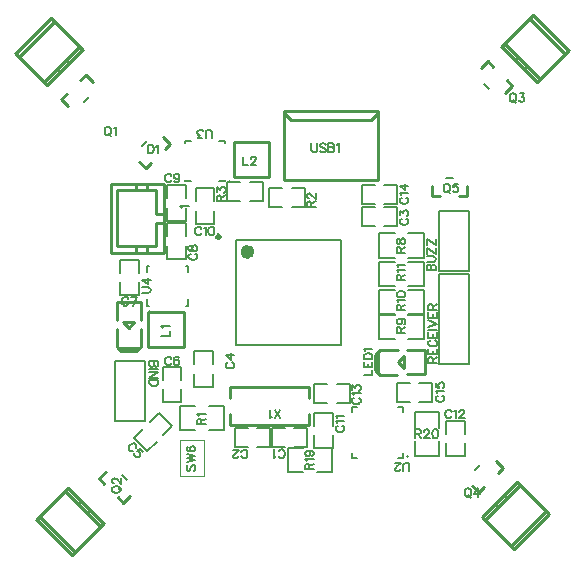
<source format=gto>
G04 ---------------------------- Layer name :TOP SILK LAYER*
G04 EasyEDA v5.5.12, Thu, 07 Jun 2018 12:22:22 GMT*
G04 57f62d747bd94b0b94c3b91961ed7a1b*
G04 Gerber Generator version 0.2*
G04 Scale: 100 percent, Rotated: No, Reflected: No *
G04 Dimensions in inches *
G04 leading zeros omitted , absolute positions ,2 integer and 4 decimal *
%FSLAX24Y24*%
%MOIN*%
G90*
G70D02*

%ADD10C,0.010000*%
%ADD49C,0.007874*%
%ADD50C,0.003937*%
%ADD51C,0.007870*%
%ADD52C,0.008000*%
%ADD53C,0.007992*%
%ADD54C,0.007900*%
%ADD55C,0.009842*%
%ADD56C,0.003900*%
%ADD57C,0.023622*%
%ADD58C,0.011811*%
%ADD59C,0.005000*%
%ADD60C,0.006000*%

%LPD*%
G54D10*
G01X13390Y19389D02*
G01X13390Y18208D01*
G01X12209Y18208D01*
G01X12209Y19389D01*
G01X13390Y19389D01*
G01X7095Y21444D02*
G01X7279Y21627D01*
G01X7095Y21444D01*
G01X7279Y21627D01*
G01X7505Y21400D01*
G01X6693Y20588D02*
G01X6466Y20814D01*
G01X6649Y20998D01*
G54D49*
G01X7220Y20706D02*
G01X7387Y20873D01*
G54D10*
G01X19085Y17588D02*
G01X18825Y17588D01*
G01X19085Y17588D01*
G01X18825Y17588D01*
G01X18825Y17909D01*
G01X19974Y17909D02*
G01X19974Y17588D01*
G01X19714Y17588D01*
G54D49*
G01X19518Y18198D02*
G01X19281Y18198D01*
G54D50*
G01X11200Y8244D02*
G01X10400Y8244D01*
G01X10400Y9444D01*
G01X11200Y9444D01*
G01X11200Y8244D01*
G54D49*
G01X14222Y9859D02*
G01X14655Y9859D01*
G01X14655Y9228D01*
G01X14222Y9228D01*
G01X13907Y9859D02*
G01X13474Y9859D01*
G01X13474Y9465D01*
G01X13474Y9228D01*
G01X13907Y9228D01*
G01X12667Y9228D02*
G01X12234Y9228D01*
G01X12234Y9859D01*
G01X12667Y9859D01*
G01X12982Y9228D02*
G01X13415Y9228D01*
G01X13415Y9622D01*
G01X13415Y9859D01*
G01X12982Y9859D01*
G01X17222Y17209D02*
G01X17655Y17209D01*
G01X17655Y16578D01*
G01X17222Y16578D01*
G01X16907Y17209D02*
G01X16474Y17209D01*
G01X16474Y16815D01*
G01X16474Y16578D01*
G01X16907Y16578D01*
G01X11514Y11671D02*
G01X11514Y11238D01*
G01X10885Y11238D01*
G01X10885Y11671D01*
G01X11514Y11986D02*
G01X11514Y12419D01*
G01X11121Y12419D01*
G01X10885Y12419D01*
G01X10885Y11986D01*
G01X17222Y17959D02*
G01X17655Y17959D01*
G01X17655Y17328D01*
G01X17222Y17328D01*
G01X16907Y17959D02*
G01X16474Y17959D01*
G01X16474Y17565D01*
G01X16474Y17328D01*
G01X16907Y17328D01*
G54D10*
G01X12098Y10869D02*
G01X12098Y11224D01*
G01X14716Y11224D01*
G01X14716Y10869D01*
G01X14716Y10318D02*
G01X14716Y9964D01*
G01X12098Y9964D01*
G01X12098Y10318D01*
G54D49*
G01X18077Y10728D02*
G01X17644Y10728D01*
G01X17644Y11359D01*
G01X18077Y11359D01*
G01X18392Y10728D02*
G01X18825Y10728D01*
G01X18825Y11122D01*
G01X18825Y11359D01*
G01X18392Y11359D01*
G01X15327Y10678D02*
G01X14894Y10678D01*
G01X14894Y11309D01*
G01X15327Y11309D01*
G01X15642Y10678D02*
G01X16075Y10678D01*
G01X16075Y11072D01*
G01X16075Y11309D01*
G01X15642Y11309D01*
G01X15514Y9621D02*
G01X15514Y9188D01*
G01X14885Y9188D01*
G01X14885Y9621D01*
G01X15514Y9936D02*
G01X15514Y10369D01*
G01X15121Y10369D01*
G01X14885Y10369D01*
G01X14885Y9936D01*
G54D51*
G01X14968Y8386D02*
G01X15488Y8386D01*
G01X15488Y9201D01*
G01X14968Y9201D01*
G01X14522Y8386D02*
G01X14003Y8386D01*
G01X14003Y9201D01*
G01X14522Y9201D01*
G01X18242Y9425D02*
G01X18242Y8905D01*
G01X19057Y8905D01*
G01X19057Y9425D01*
G01X18242Y9871D02*
G01X18242Y10390D01*
G01X19057Y10390D01*
G01X19057Y9871D01*
G54D10*
G01X10545Y12553D02*
G01X9364Y12553D01*
G01X9364Y13734D01*
G01X10545Y13734D01*
G01X10545Y12553D01*
G54D49*
G01X9034Y14721D02*
G01X9034Y14288D01*
G01X8405Y14288D01*
G01X8405Y14721D01*
G01X9034Y15036D02*
G01X9034Y15469D01*
G01X8641Y15469D01*
G01X8405Y15469D01*
G01X8405Y15036D01*
G54D10*
G01X9100Y13461D02*
G01X9100Y14071D01*
G01X8300Y14071D01*
G01X8300Y13461D01*
G01X9109Y13151D02*
G01X9109Y12571D01*
G01X8950Y12411D01*
G01X8450Y12411D01*
G01X8300Y12561D01*
G01X8300Y13161D01*
G01X8896Y13372D02*
G01X8503Y13372D01*
G01X8503Y13372D01*
G01X8700Y13175D01*
G01X8700Y13175D01*
G01X8896Y13372D01*
G01X9015Y12506D02*
G01X8384Y12506D01*
G54D49*
G01X9985Y17516D02*
G01X9985Y17949D01*
G01X10614Y17949D01*
G01X10614Y17516D01*
G01X9985Y17201D02*
G01X9985Y16768D01*
G01X10378Y16768D01*
G01X10614Y16768D01*
G01X10614Y17201D01*
G01X13827Y17228D02*
G01X13394Y17228D01*
G01X13394Y17859D01*
G01X13827Y17859D01*
G01X14142Y17228D02*
G01X14575Y17228D01*
G01X14575Y17622D01*
G01X14575Y17859D01*
G01X14142Y17859D01*
G01X12427Y17428D02*
G01X11994Y17428D01*
G01X11994Y18059D01*
G01X12427Y18059D01*
G01X12742Y17428D02*
G01X13175Y17428D01*
G01X13175Y17822D01*
G01X13175Y18059D01*
G01X12742Y18059D01*
G54D52*
G01X20050Y15094D02*
G01X19050Y15094D01*
G01X19050Y17094D01*
G01X20050Y17094D01*
G01X20050Y16344D01*
G54D53*
G01X20050Y15094D02*
G01X20050Y16344D01*
G54D52*
G01X20050Y14244D02*
G01X20050Y14994D01*
G01X19050Y14994D01*
G01X19050Y11994D01*
G01X20050Y11994D01*
G54D53*
G01X20050Y11994D02*
G01X20050Y14244D01*
G54D52*
G01X8250Y12094D02*
G01X9250Y12094D01*
G01X9250Y10094D01*
G01X8250Y10094D01*
G01X8250Y10844D01*
G54D53*
G01X8250Y12094D02*
G01X8250Y10844D01*
G54D10*
G01X7899Y7989D02*
G01X7716Y8173D01*
G01X7899Y7989D01*
G01X7716Y8173D01*
G01X7943Y8399D01*
G01X8755Y7587D02*
G01X8529Y7360D01*
G01X8345Y7543D01*
G54D49*
G01X8637Y8114D02*
G01X8470Y8281D01*
G54D10*
G01X21300Y21448D02*
G01X21483Y21264D01*
G01X21300Y21448D01*
G01X21483Y21264D01*
G01X21256Y21038D01*
G01X20444Y21850D02*
G01X20670Y22077D01*
G01X20854Y21894D01*
G54D49*
G01X20562Y21323D02*
G01X20729Y21156D01*
G54D51*
G01X18018Y13636D02*
G01X18538Y13636D01*
G01X18538Y14451D01*
G01X18018Y14451D01*
G01X17572Y13636D02*
G01X17053Y13636D01*
G01X17053Y14451D01*
G01X17572Y14451D01*
G01X18018Y14586D02*
G01X18538Y14586D01*
G01X18538Y15401D01*
G01X18018Y15401D01*
G01X17572Y14586D02*
G01X17053Y14586D01*
G01X17053Y15401D01*
G01X17572Y15401D01*
G01X18018Y12836D02*
G01X18538Y12836D01*
G01X18538Y13651D01*
G01X18018Y13651D01*
G01X17572Y12836D02*
G01X17053Y12836D01*
G01X17053Y13651D01*
G01X17572Y13651D01*
G54D10*
G01X20480Y6893D02*
G01X21549Y5824D01*
G01X21650Y8063D02*
G01X22719Y6994D01*
G01X20485Y6889D02*
G01X21654Y8058D01*
G01X22714Y6998D02*
G01X21545Y5829D01*
G01X20591Y6783D02*
G01X21760Y7952D01*
G01X21439Y5935D02*
G01X22608Y7104D01*
G01X20928Y7332D02*
G01X21034Y7226D01*
G01X21211Y7615D02*
G01X21317Y7509D01*
G01X6699Y7863D02*
G01X5630Y6794D01*
G01X7869Y6693D02*
G01X6800Y5624D01*
G01X6695Y7858D02*
G01X7864Y6689D01*
G01X6804Y5629D02*
G01X5635Y6798D01*
G01X6589Y7752D02*
G01X7758Y6583D01*
G01X5741Y6904D02*
G01X6910Y5735D01*
G01X7138Y7415D02*
G01X7032Y7309D01*
G01X7421Y7132D02*
G01X7315Y7026D01*
G01X22300Y21374D02*
G01X23369Y22443D01*
G01X21130Y22544D02*
G01X22199Y23613D01*
G01X22304Y21379D02*
G01X21135Y22548D01*
G01X22195Y23608D02*
G01X23364Y22439D01*
G01X22410Y21485D02*
G01X21241Y22654D01*
G01X23258Y22333D02*
G01X22089Y23502D01*
G01X21861Y21822D02*
G01X21967Y21928D01*
G01X21578Y22105D02*
G01X21684Y22211D01*
G01X7169Y22444D02*
G01X6100Y23513D01*
G01X5999Y21274D02*
G01X4930Y22343D01*
G01X7164Y22448D02*
G01X5995Y21279D01*
G01X4935Y22339D02*
G01X6104Y23508D01*
G01X7058Y22554D02*
G01X5889Y21385D01*
G01X6210Y23402D02*
G01X5041Y22233D01*
G01X6721Y22005D02*
G01X6615Y22111D01*
G01X6438Y21722D02*
G01X6332Y21828D01*
G01X9454Y18693D02*
G01X9270Y18510D01*
G01X9454Y18693D01*
G01X9270Y18510D01*
G01X9044Y18737D01*
G01X9856Y19549D02*
G01X10083Y19323D01*
G01X9900Y19139D01*
G54D49*
G01X9329Y19431D02*
G01X9162Y19264D01*
G54D10*
G01X17967Y11644D02*
G01X18577Y11644D01*
G01X18577Y12444D01*
G01X17967Y12444D01*
G01X17657Y11634D02*
G01X17077Y11634D01*
G01X16917Y11794D01*
G01X16917Y12294D01*
G01X17067Y12444D01*
G01X17667Y12444D01*
G01X17878Y11847D02*
G01X17878Y12240D01*
G01X17878Y12240D01*
G01X17681Y12044D01*
G01X17681Y12044D01*
G01X17878Y11847D01*
G01X17012Y11728D02*
G01X17012Y12359D01*
G01X8100Y18003D02*
G01X8100Y15684D01*
G01X8959Y15684D01*
G01X8959Y15913D01*
G01X9319Y15913D01*
G01X9319Y15684D01*
G01X9869Y15684D01*
G01X9869Y16684D01*
G01X9869Y17003D01*
G01X9869Y18003D01*
G01X9319Y18003D01*
G01X9319Y17774D01*
G01X8959Y17774D01*
G01X8959Y18003D01*
G01X8100Y18003D01*
G01X8959Y18003D02*
G01X9319Y18003D01*
G01X8959Y15684D02*
G01X9319Y15684D01*
G01X8959Y15913D02*
G01X8330Y15913D01*
G01X8330Y17774D01*
G01X8959Y17774D01*
G01X9319Y15913D02*
G01X9630Y15913D01*
G01X9630Y16684D01*
G01X9869Y16684D01*
G01X9319Y17774D02*
G01X9630Y17774D01*
G01X9630Y17003D01*
G01X9869Y17003D01*
G54D49*
G01X19285Y9666D02*
G01X19285Y10099D01*
G01X19914Y10099D01*
G01X19914Y9666D01*
G01X19285Y9351D02*
G01X19285Y8918D01*
G01X19678Y8918D01*
G01X19914Y8918D01*
G01X19914Y9351D01*
G01X17846Y9005D02*
G01X17846Y8847D01*
G01X17689Y8847D01*
G01X16310Y8847D02*
G01X16153Y8847D01*
G01X16153Y9005D01*
G01X16310Y10540D02*
G01X16153Y10540D01*
G01X16153Y10382D01*
G01X17689Y10540D02*
G01X17846Y10540D01*
G01X17846Y10382D01*
G54D10*
G01X13875Y18141D02*
G01X13875Y20401D01*
G01X13875Y18137D02*
G01X17024Y18137D01*
G01X17024Y18137D02*
G01X17024Y20397D01*
G01X13875Y20405D02*
G01X17024Y20405D01*
G01X14115Y20125D02*
G01X16780Y20125D01*
G01X13883Y20405D02*
G01X13883Y20357D01*
G01X14115Y20125D01*
G01X17013Y20397D02*
G01X17013Y20357D01*
G01X16780Y20125D01*
G54D51*
G01X18018Y15536D02*
G01X18538Y15536D01*
G01X18538Y16351D01*
G01X18018Y16351D01*
G01X17572Y15536D02*
G01X17053Y15536D01*
G01X17053Y16351D01*
G01X17572Y16351D01*
G54D10*
G01X20554Y7893D02*
G01X20370Y7710D01*
G01X20554Y7893D01*
G01X20370Y7710D01*
G01X20144Y7937D01*
G01X20956Y8749D02*
G01X21183Y8523D01*
G01X21000Y8339D01*
G54D49*
G01X20429Y8631D02*
G01X20262Y8464D01*
G54D54*
G01X10668Y14140D02*
G01X10668Y13925D01*
G01X10606Y13925D01*
G01X10668Y15047D02*
G01X10668Y15263D01*
G01X10606Y15263D01*
G01X9330Y15047D02*
G01X9330Y15263D01*
G01X9394Y15263D01*
G01X9394Y13925D02*
G01X9330Y13925D01*
G01X9330Y14140D01*
G01X11702Y19413D02*
G01X11918Y19413D01*
G01X11918Y19350D01*
G01X10797Y19413D02*
G01X10581Y19413D01*
G01X10581Y19350D01*
G01X10797Y18075D02*
G01X10581Y18075D01*
G01X10581Y18138D01*
G01X11918Y18138D02*
G01X11918Y18075D01*
G01X11702Y18075D01*
G54D51*
G01X11368Y9786D02*
G01X11888Y9786D01*
G01X11888Y10601D01*
G01X11368Y10601D01*
G01X10922Y9786D02*
G01X10403Y9786D01*
G01X10403Y10601D01*
G01X10922Y10601D01*
G54D49*
G01X9411Y10050D02*
G01X9717Y10357D01*
G01X10163Y9911D01*
G01X9856Y9605D01*
G01X9188Y9828D02*
G01X8882Y9521D01*
G01X9160Y9243D01*
G01X9327Y9076D01*
G01X9634Y9382D01*
G01X9835Y11466D02*
G01X9835Y11899D01*
G01X10464Y11899D01*
G01X10464Y11466D01*
G01X9835Y11151D02*
G01X9835Y10718D01*
G01X10228Y10718D01*
G01X10464Y10718D01*
G01X10464Y11151D01*
G01X10625Y15931D02*
G01X10625Y15498D01*
G01X9994Y15498D01*
G01X9994Y15931D01*
G01X10625Y16246D02*
G01X10625Y16679D01*
G01X10231Y16679D01*
G01X9994Y16679D01*
G01X9994Y16246D01*
G01X10935Y17416D02*
G01X10935Y17849D01*
G01X11564Y17849D01*
G01X11564Y17416D01*
G01X10935Y17101D02*
G01X10935Y16668D01*
G01X11328Y16668D01*
G01X11564Y16668D01*
G01X11564Y17101D01*
G01X15775Y16120D02*
G01X15775Y12617D01*
G01X12272Y12617D01*
G01X12272Y16120D01*
G01X15775Y16120D01*
G54D59*
G01X12513Y18902D02*
G01X12513Y18615D01*
G01X12513Y18615D02*
G01X12677Y18615D01*
G01X12780Y18833D02*
G01X12780Y18847D01*
G01X12794Y18874D01*
G01X12808Y18888D01*
G01X12835Y18902D01*
G01X12889Y18902D01*
G01X12917Y18888D01*
G01X12930Y18874D01*
G01X12944Y18847D01*
G01X12944Y18820D01*
G01X12930Y18793D01*
G01X12903Y18752D01*
G01X12767Y18615D01*
G01X12958Y18615D01*
G01X7982Y19902D02*
G01X7955Y19888D01*
G01X7926Y19861D01*
G01X7913Y19833D01*
G01X7900Y19793D01*
G01X7900Y19724D01*
G01X7913Y19683D01*
G01X7926Y19656D01*
G01X7955Y19629D01*
G01X7982Y19615D01*
G01X8036Y19615D01*
G01X8063Y19629D01*
G01X8090Y19656D01*
G01X8105Y19683D01*
G01X8117Y19724D01*
G01X8117Y19793D01*
G01X8105Y19833D01*
G01X8090Y19861D01*
G01X8063Y19888D01*
G01X8036Y19902D01*
G01X7982Y19902D01*
G01X8023Y19670D02*
G01X8105Y19588D01*
G01X8207Y19847D02*
G01X8234Y19861D01*
G01X8276Y19902D01*
G01X8276Y19615D01*
G01X19281Y18003D02*
G01X19255Y17988D01*
G01X19227Y17961D01*
G01X19214Y17934D01*
G01X19200Y17894D01*
G01X19200Y17825D01*
G01X19214Y17784D01*
G01X19227Y17757D01*
G01X19255Y17730D01*
G01X19281Y17715D01*
G01X19335Y17715D01*
G01X19364Y17730D01*
G01X19390Y17757D01*
G01X19405Y17784D01*
G01X19418Y17825D01*
G01X19418Y17894D01*
G01X19405Y17934D01*
G01X19390Y17961D01*
G01X19364Y17988D01*
G01X19335Y18003D01*
G01X19281Y18003D01*
G01X19322Y17771D02*
G01X19405Y17688D01*
G01X19672Y18003D02*
G01X19535Y18003D01*
G01X19522Y17880D01*
G01X19535Y17894D01*
G01X19576Y17907D01*
G01X19617Y17907D01*
G01X19657Y17894D01*
G01X19685Y17865D01*
G01X19698Y17825D01*
G01X19698Y17798D01*
G01X19685Y17757D01*
G01X19657Y17730D01*
G01X19617Y17715D01*
G01X19576Y17715D01*
G01X19535Y17730D01*
G01X19522Y17744D01*
G01X19507Y17771D01*
G01X10677Y8620D02*
G01X10650Y8593D01*
G01X10635Y8552D01*
G01X10635Y8497D01*
G01X10650Y8456D01*
G01X10677Y8429D01*
G01X10705Y8429D01*
G01X10731Y8443D01*
G01X10744Y8456D01*
G01X10759Y8484D01*
G01X10785Y8565D01*
G01X10800Y8593D01*
G01X10814Y8606D01*
G01X10840Y8620D01*
G01X10881Y8620D01*
G01X10909Y8593D01*
G01X10922Y8552D01*
G01X10922Y8497D01*
G01X10909Y8456D01*
G01X10881Y8429D01*
G01X10635Y8710D02*
G01X10922Y8778D01*
G01X10635Y8846D02*
G01X10922Y8778D01*
G01X10635Y8846D02*
G01X10922Y8914D01*
G01X10635Y8983D02*
G01X10922Y8914D01*
G01X10677Y9236D02*
G01X10650Y9223D01*
G01X10635Y9182D01*
G01X10635Y9154D01*
G01X10650Y9114D01*
G01X10690Y9086D01*
G01X10759Y9073D01*
G01X10827Y9073D01*
G01X10881Y9086D01*
G01X10909Y9114D01*
G01X10922Y9154D01*
G01X10922Y9168D01*
G01X10909Y9209D01*
G01X10881Y9236D01*
G01X10840Y9250D01*
G01X10827Y9250D01*
G01X10785Y9236D01*
G01X10759Y9209D01*
G01X10744Y9168D01*
G01X10744Y9154D01*
G01X10759Y9114D01*
G01X10785Y9086D01*
G01X10827Y9073D01*
G54D60*
G01X13708Y8926D02*
G01X13722Y8898D01*
G01X13749Y8871D01*
G01X13777Y8857D01*
G01X13831Y8857D01*
G01X13858Y8871D01*
G01X13886Y8898D01*
G01X13899Y8926D01*
G01X13913Y8966D01*
G01X13913Y9035D01*
G01X13899Y9076D01*
G01X13886Y9103D01*
G01X13858Y9130D01*
G01X13831Y9144D01*
G01X13777Y9144D01*
G01X13749Y9130D01*
G01X13722Y9103D01*
G01X13708Y9076D01*
G01X13618Y8912D02*
G01X13591Y8898D01*
G01X13550Y8857D01*
G01X13550Y9144D01*
G01X12459Y8913D02*
G01X12473Y8885D01*
G01X12500Y8858D01*
G01X12528Y8844D01*
G01X12582Y8844D01*
G01X12609Y8858D01*
G01X12637Y8885D01*
G01X12650Y8913D01*
G01X12664Y8953D01*
G01X12664Y9022D01*
G01X12650Y9063D01*
G01X12637Y9090D01*
G01X12609Y9117D01*
G01X12582Y9131D01*
G01X12528Y9131D01*
G01X12500Y9117D01*
G01X12473Y9090D01*
G01X12459Y9063D01*
G01X12356Y8913D02*
G01X12356Y8899D01*
G01X12342Y8872D01*
G01X12329Y8858D01*
G01X12301Y8844D01*
G01X12247Y8844D01*
G01X12219Y8858D01*
G01X12206Y8872D01*
G01X12192Y8899D01*
G01X12192Y8926D01*
G01X12206Y8953D01*
G01X12233Y8994D01*
G01X12369Y9131D01*
G01X12179Y9131D01*
G54D59*
G01X17805Y16834D02*
G01X17777Y16820D01*
G01X17750Y16793D01*
G01X17735Y16765D01*
G01X17735Y16711D01*
G01X17750Y16684D01*
G01X17777Y16656D01*
G01X17805Y16643D01*
G01X17844Y16629D01*
G01X17914Y16629D01*
G01X17955Y16643D01*
G01X17981Y16656D01*
G01X18009Y16684D01*
G01X18022Y16711D01*
G01X18022Y16765D01*
G01X18009Y16793D01*
G01X17981Y16820D01*
G01X17955Y16834D01*
G01X17735Y16951D02*
G01X17735Y17101D01*
G01X17844Y17019D01*
G01X17844Y17060D01*
G01X17859Y17087D01*
G01X17872Y17101D01*
G01X17914Y17114D01*
G01X17940Y17114D01*
G01X17981Y17101D01*
G01X18009Y17074D01*
G01X18022Y17033D01*
G01X18022Y16992D01*
G01X18009Y16951D01*
G01X17994Y16937D01*
G01X17968Y16924D01*
G01X12005Y12049D02*
G01X11977Y12034D01*
G01X11950Y12007D01*
G01X11935Y11980D01*
G01X11935Y11926D01*
G01X11950Y11899D01*
G01X11977Y11871D01*
G01X12005Y11857D01*
G01X12044Y11844D01*
G01X12114Y11844D01*
G01X12155Y11857D01*
G01X12181Y11871D01*
G01X12209Y11899D01*
G01X12222Y11926D01*
G01X12222Y11980D01*
G01X12209Y12007D01*
G01X12181Y12034D01*
G01X12155Y12049D01*
G01X11935Y12275D02*
G01X12127Y12138D01*
G01X12127Y12342D01*
G01X11935Y12275D02*
G01X12222Y12275D01*
G01X17804Y17535D02*
G01X17776Y17521D01*
G01X17749Y17494D01*
G01X17735Y17466D01*
G01X17735Y17412D01*
G01X17749Y17385D01*
G01X17776Y17357D01*
G01X17804Y17344D01*
G01X17844Y17330D01*
G01X17913Y17330D01*
G01X17954Y17344D01*
G01X17981Y17357D01*
G01X18008Y17385D01*
G01X18022Y17412D01*
G01X18022Y17466D01*
G01X18008Y17494D01*
G01X17981Y17521D01*
G01X17954Y17535D01*
G01X17790Y17625D02*
G01X17776Y17652D01*
G01X17735Y17693D01*
G01X18022Y17693D01*
G01X17735Y17919D02*
G01X17926Y17783D01*
G01X17926Y17987D01*
G01X17735Y17919D02*
G01X18022Y17919D01*
G54D60*
G01X13764Y10180D02*
G01X13573Y10467D01*
G01X13573Y10180D02*
G01X13764Y10467D01*
G01X13483Y10236D02*
G01X13456Y10222D01*
G01X13415Y10180D01*
G01X13415Y10467D01*
G54D59*
G01X19005Y10934D02*
G01X18977Y10920D01*
G01X18950Y10893D01*
G01X18935Y10865D01*
G01X18935Y10811D01*
G01X18950Y10784D01*
G01X18977Y10756D01*
G01X19005Y10743D01*
G01X19044Y10729D01*
G01X19114Y10729D01*
G01X19155Y10743D01*
G01X19181Y10756D01*
G01X19209Y10784D01*
G01X19222Y10811D01*
G01X19222Y10865D01*
G01X19209Y10893D01*
G01X19181Y10920D01*
G01X19155Y10934D01*
G01X18990Y11024D02*
G01X18977Y11051D01*
G01X18935Y11092D01*
G01X19222Y11092D01*
G01X18935Y11345D02*
G01X18935Y11209D01*
G01X19059Y11195D01*
G01X19044Y11209D01*
G01X19031Y11250D01*
G01X19031Y11291D01*
G01X19044Y11332D01*
G01X19072Y11359D01*
G01X19114Y11373D01*
G01X19140Y11373D01*
G01X19181Y11359D01*
G01X19209Y11332D01*
G01X19222Y11291D01*
G01X19222Y11250D01*
G01X19209Y11209D01*
G01X19194Y11195D01*
G01X19168Y11182D01*
G01X16219Y10855D02*
G01X16191Y10841D01*
G01X16164Y10814D01*
G01X16150Y10786D01*
G01X16150Y10732D01*
G01X16164Y10705D01*
G01X16191Y10677D01*
G01X16219Y10664D01*
G01X16259Y10650D01*
G01X16328Y10650D01*
G01X16369Y10664D01*
G01X16396Y10677D01*
G01X16423Y10705D01*
G01X16437Y10732D01*
G01X16437Y10786D01*
G01X16423Y10814D01*
G01X16396Y10841D01*
G01X16369Y10855D01*
G01X16205Y10945D02*
G01X16191Y10972D01*
G01X16150Y11013D01*
G01X16437Y11013D01*
G01X16150Y11130D02*
G01X16150Y11280D01*
G01X16259Y11198D01*
G01X16259Y11239D01*
G01X16273Y11266D01*
G01X16287Y11280D01*
G01X16328Y11294D01*
G01X16355Y11294D01*
G01X16396Y11280D01*
G01X16423Y11253D01*
G01X16437Y11212D01*
G01X16437Y11171D01*
G01X16423Y11130D01*
G01X16409Y11116D01*
G01X16382Y11103D01*
G01X15668Y9928D02*
G01X15640Y9913D01*
G01X15614Y9886D01*
G01X15600Y9859D01*
G01X15600Y9805D01*
G01X15614Y9778D01*
G01X15640Y9750D01*
G01X15668Y9736D01*
G01X15709Y9723D01*
G01X15777Y9723D01*
G01X15818Y9736D01*
G01X15846Y9750D01*
G01X15872Y9778D01*
G01X15886Y9805D01*
G01X15886Y9859D01*
G01X15872Y9886D01*
G01X15846Y9913D01*
G01X15818Y9928D01*
G01X15655Y10017D02*
G01X15640Y10045D01*
G01X15600Y10086D01*
G01X15886Y10086D01*
G01X15655Y10176D02*
G01X15640Y10203D01*
G01X15600Y10244D01*
G01X15886Y10244D01*
G01X14585Y8480D02*
G01X14872Y8480D01*
G01X14585Y8480D02*
G01X14585Y8603D01*
G01X14600Y8644D01*
G01X14614Y8657D01*
G01X14640Y8671D01*
G01X14668Y8671D01*
G01X14694Y8657D01*
G01X14709Y8644D01*
G01X14722Y8603D01*
G01X14722Y8480D01*
G01X14722Y8575D02*
G01X14872Y8671D01*
G01X14640Y8761D02*
G01X14627Y8788D01*
G01X14585Y8829D01*
G01X14872Y8829D01*
G01X14681Y9096D02*
G01X14722Y9083D01*
G01X14750Y9055D01*
G01X14764Y9015D01*
G01X14764Y9001D01*
G01X14750Y8960D01*
G01X14722Y8933D01*
G01X14681Y8919D01*
G01X14668Y8919D01*
G01X14627Y8933D01*
G01X14600Y8960D01*
G01X14585Y9001D01*
G01X14585Y9015D01*
G01X14600Y9055D01*
G01X14627Y9083D01*
G01X14681Y9096D01*
G01X14750Y9096D01*
G01X14818Y9083D01*
G01X14859Y9055D01*
G01X14872Y9015D01*
G01X14872Y8987D01*
G01X14859Y8946D01*
G01X14831Y8933D01*
G01X18263Y9805D02*
G01X18263Y9517D01*
G01X18263Y9805D02*
G01X18386Y9805D01*
G01X18427Y9790D01*
G01X18440Y9776D01*
G01X18454Y9750D01*
G01X18454Y9723D01*
G01X18440Y9696D01*
G01X18427Y9682D01*
G01X18386Y9667D01*
G01X18263Y9667D01*
G01X18358Y9667D02*
G01X18454Y9517D01*
G01X18558Y9736D02*
G01X18558Y9750D01*
G01X18571Y9776D01*
G01X18585Y9790D01*
G01X18612Y9805D01*
G01X18667Y9805D01*
G01X18694Y9790D01*
G01X18708Y9776D01*
G01X18721Y9750D01*
G01X18721Y9723D01*
G01X18708Y9696D01*
G01X18680Y9655D01*
G01X18544Y9517D01*
G01X18735Y9517D01*
G01X18907Y9805D02*
G01X18866Y9790D01*
G01X18838Y9750D01*
G01X18825Y9682D01*
G01X18825Y9640D01*
G01X18838Y9573D01*
G01X18866Y9532D01*
G01X18907Y9517D01*
G01X18934Y9517D01*
G01X18975Y9532D01*
G01X19002Y9573D01*
G01X19016Y9640D01*
G01X19016Y9682D01*
G01X19002Y9750D01*
G01X18975Y9790D01*
G01X18934Y9805D01*
G01X18907Y9805D01*
G54D60*
G01X9785Y12929D02*
G01X10072Y12929D01*
G01X10072Y12929D02*
G01X10072Y13093D01*
G01X9840Y13183D02*
G01X9826Y13210D01*
G01X9785Y13251D01*
G01X10072Y13251D01*
G54D59*
G01X8689Y14153D02*
G01X8675Y14181D01*
G01X8648Y14208D01*
G01X8620Y14222D01*
G01X8566Y14222D01*
G01X8539Y14208D01*
G01X8511Y14181D01*
G01X8498Y14153D01*
G01X8484Y14113D01*
G01X8484Y14044D01*
G01X8498Y14003D01*
G01X8511Y13976D01*
G01X8539Y13949D01*
G01X8566Y13935D01*
G01X8620Y13935D01*
G01X8648Y13949D01*
G01X8675Y13976D01*
G01X8689Y14003D01*
G01X8969Y14222D02*
G01X8833Y13935D01*
G01X8779Y14222D02*
G01X8969Y14222D01*
G01X10118Y18267D02*
G01X10104Y18295D01*
G01X10077Y18322D01*
G01X10049Y18336D01*
G01X9995Y18336D01*
G01X9968Y18322D01*
G01X9940Y18295D01*
G01X9927Y18267D01*
G01X9913Y18227D01*
G01X9913Y18158D01*
G01X9927Y18117D01*
G01X9940Y18090D01*
G01X9968Y18063D01*
G01X9995Y18049D01*
G01X10049Y18049D01*
G01X10077Y18063D01*
G01X10104Y18090D01*
G01X10118Y18117D01*
G01X10385Y18240D02*
G01X10371Y18199D01*
G01X10344Y18172D01*
G01X10303Y18158D01*
G01X10289Y18158D01*
G01X10248Y18172D01*
G01X10221Y18199D01*
G01X10208Y18240D01*
G01X10208Y18254D01*
G01X10221Y18295D01*
G01X10248Y18322D01*
G01X10289Y18336D01*
G01X10303Y18336D01*
G01X10344Y18322D01*
G01X10371Y18295D01*
G01X10385Y18240D01*
G01X10385Y18172D01*
G01X10371Y18104D01*
G01X10344Y18063D01*
G01X10303Y18049D01*
G01X10276Y18049D01*
G01X10235Y18063D01*
G01X10221Y18090D01*
G01X14649Y17222D02*
G01X14936Y17222D01*
G01X14649Y17222D02*
G01X14649Y17345D01*
G01X14663Y17386D01*
G01X14677Y17399D01*
G01X14704Y17413D01*
G01X14731Y17413D01*
G01X14758Y17399D01*
G01X14772Y17386D01*
G01X14786Y17345D01*
G01X14786Y17222D01*
G01X14786Y17317D02*
G01X14936Y17413D01*
G01X14718Y17517D02*
G01X14704Y17517D01*
G01X14677Y17530D01*
G01X14663Y17544D01*
G01X14649Y17571D01*
G01X14649Y17626D01*
G01X14663Y17653D01*
G01X14677Y17667D01*
G01X14704Y17680D01*
G01X14731Y17680D01*
G01X14758Y17667D01*
G01X14799Y17638D01*
G01X14936Y17503D01*
G01X14936Y17694D01*
G01X11650Y17422D02*
G01X11936Y17422D01*
G01X11650Y17422D02*
G01X11650Y17545D01*
G01X11664Y17586D01*
G01X11677Y17599D01*
G01X11705Y17613D01*
G01X11731Y17613D01*
G01X11759Y17599D01*
G01X11772Y17586D01*
G01X11786Y17545D01*
G01X11786Y17422D01*
G01X11786Y17517D02*
G01X11936Y17613D01*
G01X11650Y17730D02*
G01X11650Y17880D01*
G01X11759Y17798D01*
G01X11759Y17839D01*
G01X11772Y17867D01*
G01X11786Y17880D01*
G01X11827Y17894D01*
G01X11855Y17894D01*
G01X11896Y17880D01*
G01X11922Y17853D01*
G01X11936Y17812D01*
G01X11936Y17771D01*
G01X11922Y17730D01*
G01X11909Y17717D01*
G01X11881Y17703D01*
G01X18650Y15109D02*
G01X18937Y15109D01*
G01X18650Y15109D02*
G01X18650Y15232D01*
G01X18664Y15273D01*
G01X18678Y15286D01*
G01X18705Y15300D01*
G01X18732Y15300D01*
G01X18759Y15286D01*
G01X18773Y15273D01*
G01X18787Y15232D01*
G01X18787Y15109D02*
G01X18787Y15232D01*
G01X18800Y15273D01*
G01X18814Y15286D01*
G01X18841Y15300D01*
G01X18882Y15300D01*
G01X18909Y15286D01*
G01X18923Y15273D01*
G01X18937Y15232D01*
G01X18937Y15109D01*
G01X18650Y15390D02*
G01X18855Y15390D01*
G01X18896Y15404D01*
G01X18923Y15431D01*
G01X18937Y15472D01*
G01X18937Y15499D01*
G01X18923Y15540D01*
G01X18896Y15567D01*
G01X18855Y15581D01*
G01X18650Y15581D01*
G01X18650Y15862D02*
G01X18937Y15671D01*
G01X18650Y15671D02*
G01X18650Y15862D01*
G01X18937Y15671D02*
G01X18937Y15862D01*
G01X18650Y16143D02*
G01X18937Y15952D01*
G01X18650Y15952D02*
G01X18650Y16143D01*
G01X18937Y15952D02*
G01X18937Y16143D01*
G54D60*
G01X18699Y12028D02*
G01X18986Y12028D01*
G01X18699Y12028D02*
G01X18699Y12151D01*
G01X18713Y12192D01*
G01X18727Y12205D01*
G01X18754Y12219D01*
G01X18781Y12219D01*
G01X18808Y12205D01*
G01X18822Y12192D01*
G01X18836Y12151D01*
G01X18836Y12028D01*
G01X18836Y12123D02*
G01X18986Y12219D01*
G01X18699Y12309D02*
G01X18986Y12309D01*
G01X18699Y12309D02*
G01X18699Y12486D01*
G01X18836Y12309D02*
G01X18836Y12418D01*
G01X18986Y12309D02*
G01X18986Y12486D01*
G01X18768Y12781D02*
G01X18740Y12767D01*
G01X18713Y12740D01*
G01X18699Y12713D01*
G01X18699Y12658D01*
G01X18713Y12631D01*
G01X18740Y12603D01*
G01X18768Y12590D01*
G01X18808Y12576D01*
G01X18877Y12576D01*
G01X18918Y12590D01*
G01X18945Y12603D01*
G01X18972Y12631D01*
G01X18986Y12658D01*
G01X18986Y12713D01*
G01X18972Y12740D01*
G01X18945Y12767D01*
G01X18918Y12781D01*
G01X18699Y12871D02*
G01X18986Y12871D01*
G01X18699Y12871D02*
G01X18699Y13048D01*
G01X18836Y12871D02*
G01X18836Y12980D01*
G01X18986Y12871D02*
G01X18986Y13048D01*
G01X18699Y13138D02*
G01X18986Y13138D01*
G01X18699Y13228D02*
G01X18986Y13337D01*
G01X18699Y13446D02*
G01X18986Y13337D01*
G01X18699Y13536D02*
G01X18986Y13536D01*
G01X18699Y13536D02*
G01X18699Y13713D01*
G01X18836Y13536D02*
G01X18836Y13645D01*
G01X18986Y13536D02*
G01X18986Y13713D01*
G01X18699Y13803D02*
G01X18986Y13803D01*
G01X18699Y13803D02*
G01X18699Y13926D01*
G01X18713Y13967D01*
G01X18727Y13981D01*
G01X18754Y13994D01*
G01X18781Y13994D01*
G01X18808Y13981D01*
G01X18822Y13967D01*
G01X18836Y13926D01*
G01X18836Y13803D01*
G01X18836Y13899D02*
G01X18986Y13994D01*
G54D59*
G01X9686Y12094D02*
G01X9399Y12094D01*
G01X9686Y12094D02*
G01X9686Y11971D01*
G01X9672Y11930D01*
G01X9658Y11917D01*
G01X9631Y11903D01*
G01X9604Y11903D01*
G01X9577Y11917D01*
G01X9563Y11930D01*
G01X9549Y11971D01*
G01X9549Y12094D02*
G01X9549Y11971D01*
G01X9536Y11930D01*
G01X9522Y11917D01*
G01X9495Y11903D01*
G01X9454Y11903D01*
G01X9427Y11917D01*
G01X9413Y11930D01*
G01X9399Y11971D01*
G01X9399Y12094D01*
G01X9686Y11813D02*
G01X9399Y11813D01*
G01X9686Y11723D02*
G01X9399Y11723D01*
G01X9686Y11723D02*
G01X9399Y11532D01*
G01X9686Y11532D02*
G01X9399Y11532D01*
G01X9686Y11442D02*
G01X9399Y11442D01*
G01X9686Y11442D02*
G01X9686Y11347D01*
G01X9672Y11306D01*
G01X9645Y11279D01*
G01X9617Y11265D01*
G01X9577Y11251D01*
G01X9508Y11251D01*
G01X9467Y11265D01*
G01X9440Y11279D01*
G01X9413Y11306D01*
G01X9399Y11347D01*
G01X9399Y11442D01*
G01X8150Y7776D02*
G01X8163Y7750D01*
G01X8190Y7722D01*
G01X8219Y7709D01*
G01X8259Y7695D01*
G01X8328Y7695D01*
G01X8369Y7709D01*
G01X8396Y7722D01*
G01X8423Y7750D01*
G01X8436Y7776D01*
G01X8436Y7830D01*
G01X8423Y7859D01*
G01X8396Y7886D01*
G01X8369Y7900D01*
G01X8328Y7913D01*
G01X8259Y7913D01*
G01X8219Y7900D01*
G01X8190Y7886D01*
G01X8163Y7859D01*
G01X8150Y7830D01*
G01X8150Y7776D01*
G01X8382Y7817D02*
G01X8463Y7900D01*
G01X8219Y8017D02*
G01X8205Y8017D01*
G01X8178Y8030D01*
G01X8163Y8044D01*
G01X8150Y8071D01*
G01X8150Y8126D01*
G01X8163Y8153D01*
G01X8178Y8167D01*
G01X8205Y8180D01*
G01X8232Y8180D01*
G01X8259Y8167D01*
G01X8300Y8140D01*
G01X8436Y8003D01*
G01X8436Y8194D01*
G01X21481Y21013D02*
G01X21455Y20999D01*
G01X21427Y20972D01*
G01X21414Y20944D01*
G01X21400Y20903D01*
G01X21400Y20834D01*
G01X21414Y20794D01*
G01X21427Y20767D01*
G01X21455Y20740D01*
G01X21481Y20726D01*
G01X21535Y20726D01*
G01X21564Y20740D01*
G01X21590Y20767D01*
G01X21605Y20794D01*
G01X21618Y20834D01*
G01X21618Y20903D01*
G01X21605Y20944D01*
G01X21590Y20972D01*
G01X21564Y20999D01*
G01X21535Y21013D01*
G01X21481Y21013D01*
G01X21522Y20780D02*
G01X21605Y20699D01*
G01X21735Y21013D02*
G01X21885Y21013D01*
G01X21803Y20903D01*
G01X21844Y20903D01*
G01X21872Y20890D01*
G01X21885Y20876D01*
G01X21898Y20834D01*
G01X21898Y20807D01*
G01X21885Y20767D01*
G01X21857Y20740D01*
G01X21817Y20726D01*
G01X21776Y20726D01*
G01X21735Y20740D01*
G01X21722Y20753D01*
G01X21707Y20780D01*
G01X17636Y13780D02*
G01X17923Y13780D01*
G01X17636Y13780D02*
G01X17636Y13903D01*
G01X17650Y13944D01*
G01X17664Y13957D01*
G01X17691Y13971D01*
G01X17718Y13971D01*
G01X17745Y13957D01*
G01X17759Y13944D01*
G01X17773Y13903D01*
G01X17773Y13780D01*
G01X17773Y13875D02*
G01X17923Y13971D01*
G01X17691Y14061D02*
G01X17677Y14088D01*
G01X17636Y14129D01*
G01X17923Y14129D01*
G01X17636Y14301D02*
G01X17650Y14260D01*
G01X17691Y14233D01*
G01X17759Y14219D01*
G01X17800Y14219D01*
G01X17868Y14233D01*
G01X17909Y14260D01*
G01X17923Y14301D01*
G01X17923Y14328D01*
G01X17909Y14369D01*
G01X17868Y14396D01*
G01X17800Y14410D01*
G01X17759Y14410D01*
G01X17691Y14396D01*
G01X17650Y14369D01*
G01X17636Y14328D01*
G01X17636Y14301D01*
G01X17636Y14780D02*
G01X17923Y14780D01*
G01X17636Y14780D02*
G01X17636Y14903D01*
G01X17650Y14944D01*
G01X17664Y14957D01*
G01X17691Y14971D01*
G01X17718Y14971D01*
G01X17745Y14957D01*
G01X17759Y14944D01*
G01X17773Y14903D01*
G01X17773Y14780D01*
G01X17773Y14875D02*
G01X17923Y14971D01*
G01X17691Y15061D02*
G01X17677Y15088D01*
G01X17636Y15129D01*
G01X17923Y15129D01*
G01X17691Y15219D02*
G01X17677Y15246D01*
G01X17636Y15287D01*
G01X17923Y15287D01*
G01X17636Y13030D02*
G01X17923Y13030D01*
G01X17636Y13030D02*
G01X17636Y13153D01*
G01X17650Y13194D01*
G01X17664Y13207D01*
G01X17691Y13221D01*
G01X17718Y13221D01*
G01X17745Y13207D01*
G01X17759Y13194D01*
G01X17773Y13153D01*
G01X17773Y13030D01*
G01X17773Y13125D02*
G01X17923Y13221D01*
G01X17732Y13488D02*
G01X17773Y13475D01*
G01X17800Y13447D01*
G01X17814Y13406D01*
G01X17814Y13393D01*
G01X17800Y13352D01*
G01X17773Y13325D01*
G01X17732Y13311D01*
G01X17718Y13311D01*
G01X17677Y13325D01*
G01X17650Y13352D01*
G01X17636Y13393D01*
G01X17636Y13406D01*
G01X17650Y13447D01*
G01X17677Y13475D01*
G01X17732Y13488D01*
G01X17800Y13488D01*
G01X17868Y13475D01*
G01X17909Y13447D01*
G01X17923Y13406D01*
G01X17923Y13379D01*
G01X17909Y13338D01*
G01X17882Y13325D01*
G01X9349Y19294D02*
G01X9349Y19007D01*
G01X9349Y19294D02*
G01X9444Y19294D01*
G01X9485Y19280D01*
G01X9513Y19253D01*
G01X9526Y19225D01*
G01X9540Y19184D01*
G01X9540Y19115D01*
G01X9526Y19075D01*
G01X9513Y19048D01*
G01X9485Y19021D01*
G01X9444Y19007D01*
G01X9349Y19007D01*
G01X9630Y19238D02*
G01X9657Y19253D01*
G01X9698Y19294D01*
G01X9698Y19007D01*
G01X16536Y11629D02*
G01X16823Y11629D01*
G01X16823Y11629D02*
G01X16823Y11793D01*
G01X16536Y11883D02*
G01X16823Y11883D01*
G01X16536Y11883D02*
G01X16536Y12060D01*
G01X16673Y11883D02*
G01X16673Y11992D01*
G01X16823Y11883D02*
G01X16823Y12060D01*
G01X16536Y12150D02*
G01X16823Y12150D01*
G01X16536Y12150D02*
G01X16536Y12245D01*
G01X16550Y12286D01*
G01X16577Y12314D01*
G01X16605Y12327D01*
G01X16645Y12341D01*
G01X16714Y12341D01*
G01X16755Y12327D01*
G01X16782Y12314D01*
G01X16809Y12286D01*
G01X16823Y12245D01*
G01X16823Y12150D01*
G01X16591Y12431D02*
G01X16577Y12458D01*
G01X16536Y12499D01*
G01X16823Y12499D01*
G54D60*
G01X10471Y17194D02*
G01X10456Y17221D01*
G01X10415Y17261D01*
G01X10702Y17261D01*
G54D59*
G01X19468Y10395D02*
G01X19455Y10423D01*
G01X19427Y10450D01*
G01X19400Y10464D01*
G01X19346Y10464D01*
G01X19318Y10450D01*
G01X19290Y10423D01*
G01X19277Y10395D01*
G01X19264Y10355D01*
G01X19264Y10286D01*
G01X19277Y10245D01*
G01X19290Y10218D01*
G01X19318Y10191D01*
G01X19346Y10177D01*
G01X19400Y10177D01*
G01X19427Y10191D01*
G01X19455Y10218D01*
G01X19468Y10245D01*
G01X19559Y10409D02*
G01X19585Y10423D01*
G01X19627Y10464D01*
G01X19627Y10177D01*
G01X19730Y10395D02*
G01X19730Y10409D01*
G01X19743Y10436D01*
G01X19757Y10450D01*
G01X19785Y10464D01*
G01X19839Y10464D01*
G01X19867Y10450D01*
G01X19880Y10436D01*
G01X19893Y10409D01*
G01X19893Y10382D01*
G01X19880Y10355D01*
G01X19852Y10314D01*
G01X19717Y10177D01*
G01X19907Y10177D01*
G01X18050Y8416D02*
G01X18050Y8621D01*
G01X18035Y8662D01*
G01X18009Y8689D01*
G01X17968Y8703D01*
G01X17940Y8703D01*
G01X17900Y8689D01*
G01X17872Y8662D01*
G01X17859Y8621D01*
G01X17859Y8416D01*
G01X17755Y8485D02*
G01X17755Y8471D01*
G01X17742Y8444D01*
G01X17727Y8430D01*
G01X17701Y8416D01*
G01X17646Y8416D01*
G01X17618Y8430D01*
G01X17605Y8444D01*
G01X17592Y8471D01*
G01X17592Y8498D01*
G01X17605Y8525D01*
G01X17632Y8566D01*
G01X17768Y8703D01*
G01X17577Y8703D01*
G01X14794Y19342D02*
G01X14794Y19136D01*
G01X14809Y19096D01*
G01X14835Y19069D01*
G01X14877Y19055D01*
G01X14903Y19055D01*
G01X14944Y19069D01*
G01X14972Y19096D01*
G01X14985Y19136D01*
G01X14985Y19342D01*
G01X15267Y19301D02*
G01X15239Y19328D01*
G01X15198Y19342D01*
G01X15143Y19342D01*
G01X15102Y19328D01*
G01X15076Y19301D01*
G01X15076Y19273D01*
G01X15089Y19246D01*
G01X15102Y19232D01*
G01X15130Y19219D01*
G01X15211Y19192D01*
G01X15239Y19178D01*
G01X15252Y19163D01*
G01X15267Y19136D01*
G01X15267Y19096D01*
G01X15239Y19069D01*
G01X15198Y19055D01*
G01X15143Y19055D01*
G01X15102Y19069D01*
G01X15076Y19096D01*
G01X15356Y19342D02*
G01X15356Y19055D01*
G01X15356Y19342D02*
G01X15480Y19342D01*
G01X15519Y19328D01*
G01X15534Y19313D01*
G01X15547Y19286D01*
G01X15547Y19259D01*
G01X15534Y19232D01*
G01X15519Y19219D01*
G01X15480Y19205D01*
G01X15356Y19205D02*
G01X15480Y19205D01*
G01X15519Y19192D01*
G01X15534Y19178D01*
G01X15547Y19151D01*
G01X15547Y19109D01*
G01X15534Y19082D01*
G01X15519Y19069D01*
G01X15480Y19055D01*
G01X15356Y19055D01*
G01X15638Y19286D02*
G01X15664Y19301D01*
G01X15706Y19342D01*
G01X15706Y19055D01*
G01X17636Y15700D02*
G01X17923Y15700D01*
G01X17636Y15700D02*
G01X17636Y15823D01*
G01X17650Y15864D01*
G01X17664Y15877D01*
G01X17691Y15891D01*
G01X17718Y15891D01*
G01X17745Y15877D01*
G01X17759Y15864D01*
G01X17773Y15823D01*
G01X17773Y15700D01*
G01X17773Y15795D02*
G01X17923Y15891D01*
G01X17636Y16049D02*
G01X17650Y16008D01*
G01X17677Y15995D01*
G01X17705Y15995D01*
G01X17732Y16008D01*
G01X17745Y16035D01*
G01X17759Y16090D01*
G01X17773Y16131D01*
G01X17800Y16158D01*
G01X17827Y16172D01*
G01X17868Y16172D01*
G01X17895Y16158D01*
G01X17909Y16145D01*
G01X17923Y16104D01*
G01X17923Y16049D01*
G01X17909Y16008D01*
G01X17895Y15995D01*
G01X17868Y15981D01*
G01X17827Y15981D01*
G01X17800Y15995D01*
G01X17773Y16022D01*
G01X17759Y16063D01*
G01X17745Y16117D01*
G01X17732Y16145D01*
G01X17705Y16158D01*
G01X17677Y16158D01*
G01X17650Y16145D01*
G01X17636Y16104D01*
G01X17636Y16049D01*
G01X19981Y7853D02*
G01X19955Y7838D01*
G01X19927Y7811D01*
G01X19914Y7784D01*
G01X19900Y7744D01*
G01X19900Y7675D01*
G01X19914Y7634D01*
G01X19927Y7607D01*
G01X19955Y7580D01*
G01X19981Y7565D01*
G01X20035Y7565D01*
G01X20064Y7580D01*
G01X20090Y7607D01*
G01X20105Y7634D01*
G01X20118Y7675D01*
G01X20118Y7744D01*
G01X20105Y7784D01*
G01X20090Y7811D01*
G01X20064Y7838D01*
G01X20035Y7853D01*
G01X19981Y7853D01*
G01X20022Y7621D02*
G01X20105Y7538D01*
G01X20344Y7853D02*
G01X20207Y7661D01*
G01X20413Y7661D01*
G01X20344Y7853D02*
G01X20344Y7565D01*
G01X9149Y14359D02*
G01X9354Y14359D01*
G01X9395Y14373D01*
G01X9422Y14400D01*
G01X9436Y14440D01*
G01X9436Y14467D01*
G01X9422Y14509D01*
G01X9395Y14536D01*
G01X9354Y14550D01*
G01X9149Y14550D01*
G01X9149Y14776D02*
G01X9340Y14640D01*
G01X9340Y14844D01*
G01X9149Y14776D02*
G01X9436Y14776D01*
G01X11471Y19507D02*
G01X11471Y19712D01*
G01X11457Y19753D01*
G01X11430Y19780D01*
G01X11389Y19794D01*
G01X11362Y19794D01*
G01X11321Y19780D01*
G01X11294Y19753D01*
G01X11280Y19712D01*
G01X11280Y19507D01*
G01X11163Y19507D02*
G01X11013Y19507D01*
G01X11095Y19616D01*
G01X11054Y19616D01*
G01X11026Y19630D01*
G01X11013Y19644D01*
G01X10999Y19685D01*
G01X10999Y19712D01*
G01X11013Y19753D01*
G01X11040Y19780D01*
G01X11081Y19794D01*
G01X11122Y19794D01*
G01X11163Y19780D01*
G01X11176Y19766D01*
G01X11190Y19739D01*
G54D60*
G01X10985Y9980D02*
G01X11272Y9980D01*
G01X10985Y9980D02*
G01X10985Y10103D01*
G01X11000Y10144D01*
G01X11014Y10157D01*
G01X11040Y10171D01*
G01X11068Y10171D01*
G01X11094Y10157D01*
G01X11109Y10144D01*
G01X11122Y10103D01*
G01X11122Y9980D01*
G01X11122Y10075D02*
G01X11272Y10171D01*
G01X11040Y10261D02*
G01X11027Y10288D01*
G01X10985Y10329D01*
G01X11272Y10329D01*
G54D59*
G01X8951Y9198D02*
G01X8960Y9228D01*
G01X8960Y9266D01*
G01X8951Y9295D01*
G01X8912Y9334D01*
G01X8883Y9343D01*
G01X8844Y9343D01*
G01X8815Y9333D01*
G01X8777Y9315D01*
G01X8728Y9266D01*
G01X8709Y9227D01*
G01X8700Y9199D01*
G01X8700Y9160D01*
G01X8709Y9131D01*
G01X8748Y9092D01*
G01X8777Y9083D01*
G01X8815Y9083D01*
G01X8844Y9092D01*
G01X9178Y9068D02*
G01X9082Y9164D01*
G01X8985Y9087D01*
G01X9005Y9087D01*
G01X9043Y9067D01*
G01X9072Y9038D01*
G01X9092Y9000D01*
G01X9091Y8961D01*
G01X9071Y8923D01*
G01X9052Y8904D01*
G01X9014Y8884D01*
G01X8976Y8884D01*
G01X8937Y8903D01*
G01X8908Y8932D01*
G01X8889Y8971D01*
G01X8889Y8991D01*
G01X8899Y9019D01*
G01X10119Y12166D02*
G01X10105Y12194D01*
G01X10078Y12221D01*
G01X10050Y12235D01*
G01X9996Y12235D01*
G01X9969Y12221D01*
G01X9941Y12194D01*
G01X9928Y12166D01*
G01X9914Y12126D01*
G01X9914Y12057D01*
G01X9928Y12016D01*
G01X9941Y11989D01*
G01X9969Y11962D01*
G01X9996Y11948D01*
G01X10050Y11948D01*
G01X10078Y11962D01*
G01X10105Y11989D01*
G01X10119Y12016D01*
G01X10372Y12194D02*
G01X10359Y12221D01*
G01X10318Y12235D01*
G01X10290Y12235D01*
G01X10249Y12221D01*
G01X10222Y12180D01*
G01X10209Y12112D01*
G01X10209Y12044D01*
G01X10222Y11989D01*
G01X10249Y11962D01*
G01X10290Y11948D01*
G01X10304Y11948D01*
G01X10345Y11962D01*
G01X10372Y11989D01*
G01X10386Y12030D01*
G01X10386Y12044D01*
G01X10372Y12085D01*
G01X10345Y12112D01*
G01X10304Y12126D01*
G01X10290Y12126D01*
G01X10249Y12112D01*
G01X10222Y12085D01*
G01X10209Y12044D01*
G01X10768Y15663D02*
G01X10740Y15649D01*
G01X10713Y15622D01*
G01X10699Y15594D01*
G01X10699Y15540D01*
G01X10713Y15513D01*
G01X10740Y15485D01*
G01X10768Y15472D01*
G01X10808Y15458D01*
G01X10877Y15458D01*
G01X10918Y15472D01*
G01X10945Y15485D01*
G01X10972Y15513D01*
G01X10986Y15540D01*
G01X10986Y15594D01*
G01X10972Y15622D01*
G01X10945Y15649D01*
G01X10918Y15663D01*
G01X10699Y15821D02*
G01X10713Y15780D01*
G01X10740Y15766D01*
G01X10768Y15766D01*
G01X10795Y15780D01*
G01X10808Y15807D01*
G01X10822Y15862D01*
G01X10836Y15903D01*
G01X10863Y15930D01*
G01X10890Y15943D01*
G01X10931Y15943D01*
G01X10958Y15930D01*
G01X10972Y15916D01*
G01X10986Y15875D01*
G01X10986Y15821D01*
G01X10972Y15780D01*
G01X10958Y15766D01*
G01X10931Y15753D01*
G01X10890Y15753D01*
G01X10863Y15766D01*
G01X10836Y15793D01*
G01X10822Y15834D01*
G01X10808Y15889D01*
G01X10795Y15916D01*
G01X10768Y15930D01*
G01X10740Y15930D01*
G01X10713Y15916D01*
G01X10699Y15875D01*
G01X10699Y15821D01*
G01X11118Y16495D02*
G01X11104Y16523D01*
G01X11077Y16550D01*
G01X11049Y16564D01*
G01X10995Y16564D01*
G01X10968Y16550D01*
G01X10940Y16523D01*
G01X10927Y16495D01*
G01X10913Y16455D01*
G01X10913Y16386D01*
G01X10927Y16345D01*
G01X10940Y16318D01*
G01X10968Y16291D01*
G01X10995Y16277D01*
G01X11049Y16277D01*
G01X11077Y16291D01*
G01X11104Y16318D01*
G01X11118Y16345D01*
G01X11208Y16509D02*
G01X11235Y16523D01*
G01X11276Y16564D01*
G01X11276Y16277D01*
G01X11448Y16564D02*
G01X11407Y16550D01*
G01X11379Y16509D01*
G01X11366Y16441D01*
G01X11366Y16400D01*
G01X11379Y16332D01*
G01X11407Y16291D01*
G01X11448Y16277D01*
G01X11475Y16277D01*
G01X11516Y16291D01*
G01X11543Y16332D01*
G01X11557Y16400D01*
G01X11557Y16441D01*
G01X11543Y16509D01*
G01X11516Y16550D01*
G01X11475Y16564D01*
G01X11448Y16564D01*
G54D55*
G75*
G01X17974Y8907D02*
G3X17974Y8907INaNJNaND01*
G01*
G54D56*
G75*
G01X9394Y13787D02*
G3X9394Y13787INaNJNaND01*
G01*
G75*
G01X12057Y18138D02*
G3X12057Y18138INaNJNaND01*
G01*
G54D57*
G75*
G01X12784Y15727D02*
G3X12784Y15725I-118J-1D01*
G01*
G54D58*
G75*
G01X11750Y16229D02*
G3X11750Y16228I-59J0D01*
G01*
M00*
M02*

</source>
